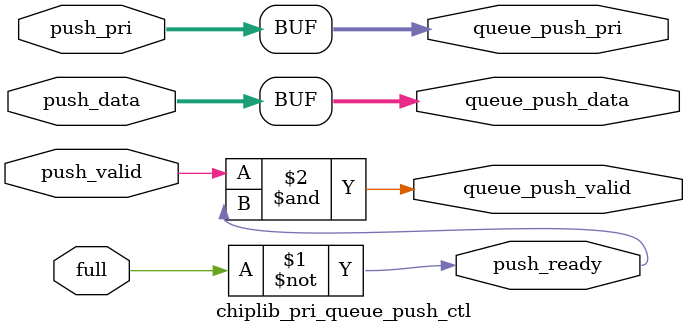
<source format=sv>

module chiplib_pri_queue_push_ctl #(
    parameter int unsigned DataWidth     = 64,
    parameter int unsigned PriorityWidth = 16
) (
    input  logic [    DataWidth-1:0] push_data,
    input  logic [PriorityWidth-1:0] push_pri,
    input  logic                     push_valid,
    output logic                     push_ready,

    output logic                     queue_push_valid,
    output logic [    DataWidth-1:0] queue_push_data,
    output logic [PriorityWidth-1:0] queue_push_pri,

    input logic full
);

  assign push_ready       = ~full;

  assign queue_push_valid = push_valid & push_ready;
  assign queue_push_data  = push_data;
  assign queue_push_pri   = push_pri;

endmodule

</source>
